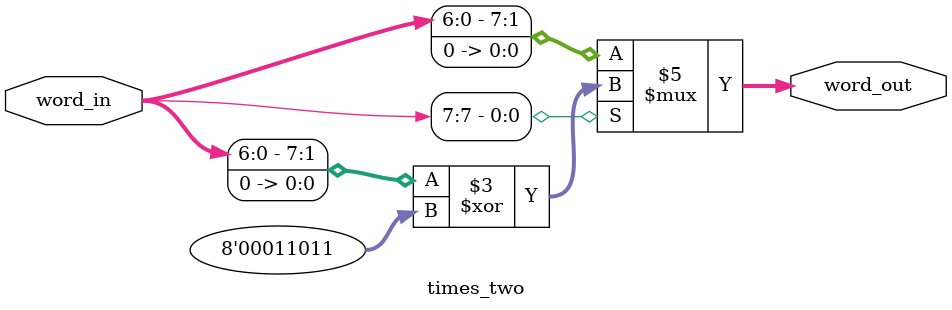
<source format=v>
`timescale 1ns / 1ps

//  8   7	6	5	4	3	2	1	0
//  1   0	0	0	1	1	0	1	1 - 1B
//  0   1	0	1	0	1	0	0	1 - A9

//10001 = 11
//1011 = B

//01010 = A
//1001 = 9

`define TIMES_TWO_VAL 8'h1B

module times_two(word_in, word_out);

    input [7:0] word_in;
    output wire [7:0] word_out;
    
    assign word_out = (word_in[7] == 1'b1) ?  ((word_in << 1) ^ `TIMES_TWO_VAL) : (word_in << 1);
    
endmodule

</source>
